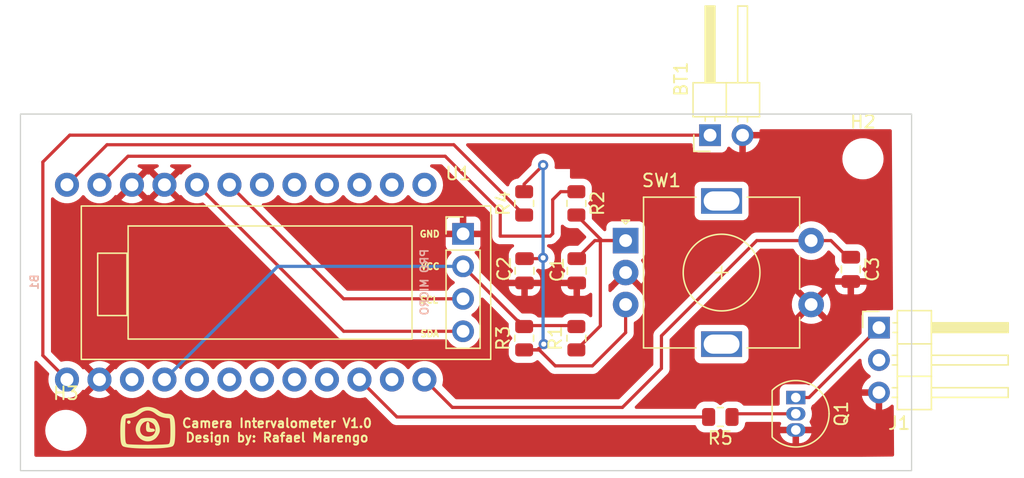
<source format=kicad_pcb>
(kicad_pcb (version 20211014) (generator pcbnew)
  (layers (0 "F.Cu" signal) (31 "B.Cu" signal) (34 "B.Paste" user) (35 "F.Paste" user) (36 "B.SilkS" user "B.Silkscreen") (37 "F.SilkS" user "F.Silkscreen") (38 "B.Mask" user) (39 "F.Mask" user) (44 "Edge.Cuts" user))
  (net 0 "")
  (net 1 "Net-(B1-Pad1)")
  (net 2 "Net-(B1-Pad2)")
  (net 3 "GND")
  (net 4 "/SDA")
  (net 5 "/SCL")
  (net 13 "Net-(B1-Pad15)")
  (net 18 "+5VD")
  (net 20 "Net-(B1-Pad24)")
  (net 21 "Net-(C1-Pad1)")
  (net 22 "Net-(C2-Pad1)")
  (net 23 "Net-(J1-Pad1)")
  (net 25 "Net-(Q1-Pad2)")
  (net 26 "Net-(C3-Pad1)")
  (footprint "Resistor_SMD:R_0805_2012Metric" (layer "F.Cu") (at 152.57 76.0375 90)
    (fp_text reference "R4" (at 0 -1.65 90) (layer "F.SilkS"))
    (fp_text value "10k")
    (fp_line (start -0.227064 0.735) (end 0.227064 0.735) (layer "F.SilkS") (width 0.12))
    (fp_line (start -0.227064 -0.735) (end 0.227064 -0.735) (layer "F.SilkS") (width 0.12))
    (pad "1" smd roundrect (at -0.9125 0 90) (size 1.025 1.4) (layers "F.Cu" "F.Paste" "F.Mask") (roundrect_rratio 0.243902439) (net 1 "Net-(B1-Pad1)"))
    (pad "2" smd roundrect (at 0.9125 0 90) (size 1.025 1.4) (layers "F.Cu" "F.Paste" "F.Mask") (roundrect_rratio 0.243902439) (net 22 "Net-(C2-Pad1)"))
  )
  (footprint "Rotary_Encoder:RotaryEncoder_Alps_EC11E-Switch_Vertical_H20mm" (layer "F.Cu") (at 160.5 78.95)
    (fp_text reference "SW1" (at 2.8 -4.7) (layer "F.SilkS"))
    (fp_text value "Rotary_Encoder_Switch")
    (fp_line (start 5.5 -3.4) (end 1.4 -3.4) (layer "F.SilkS") (width 0.12))
    (fp_line (start 0.3 -1.6) (end 0 -1.3) (layer "F.SilkS") (width 0.12))
    (fp_line (start 5.5 8.4) (end 1.4 8.4) (layer "F.SilkS") (width 0.12))
    (fp_line (start 7 2.5) (end 8 2.5) (layer "F.SilkS") (width 0.12))
    (fp_line (start 13.6 1.2) (end 13.6 3.8) (layer "F.SilkS") (width 0.12))
    (fp_line (start 0 -1.3) (end -0.3 -1.6) (layer "F.SilkS") (width 0.12))
    (fp_line (start 13.6 8.4) (end 9.5 8.4) (layer "F.SilkS") (width 0.12))
    (fp_line (start 7.5 2) (end 7.5 3) (layer "F.SilkS") (width 0.12))
    (fp_line (start 1.4 -3.4) (end 1.4 8.4) (layer "F.SilkS") (width 0.12))
    (fp_line (start 13.6 6) (end 13.6 8.4) (layer "F.SilkS") (width 0.12))
    (fp_line (start -0.3 -1.6) (end 0.3 -1.6) (layer "F.SilkS") (width 0.12))
    (fp_line (start 9.5 -3.4) (end 13.6 -3.4) (layer "F.SilkS") (width 0.12))
    (fp_line (start 13.6 -3.4) (end 13.6 -1) (layer "F.SilkS") (width 0.12))
    (fp_circle (center 7.5 2.5) (end 10.5 2.5) (layer "F.SilkS") (width 0.12) (fill none))
    (pad "A" thru_hole rect (at 0 0) (size 2 2) (drill 1) (layers *.Cu *.Mask) (net 21 "Net-(C1-Pad1)"))
    (pad "B" thru_hole circle (at 0 5) (size 2 2) (drill 1) (layers *.Cu *.Mask) (net 22 "Net-(C2-Pad1)"))
    (pad "C" thru_hole circle (at 0 2.5) (size 2 2) (drill 1) (layers *.Cu *.Mask) (net 3 "GND"))
    (pad "MP" thru_hole rect (at 7.5 -3.1) (size 3.2 2) (drill oval 2.8 1.5) (layers *.Cu *.Mask))
    (pad "MP" thru_hole rect (at 7.5 8.1) (size 3.2 2) (drill oval 2.8 1.5) (layers *.Cu *.Mask))
    (pad "S1" thru_hole circle (at 14.5 5) (size 2 2) (drill 1) (layers *.Cu *.Mask) (net 3 "GND"))
    (pad "S2" thru_hole circle (at 14.5 0) (size 2 2) (drill 1) (layers *.Cu *.Mask) (net 26 "Net-(C3-Pad1)"))
  )
  (footprint "Resistor_SMD:R_0805_2012Metric" (layer "F.Cu") (at 156.65 76.0375 -90)
    (fp_text reference "R2" (at 0 -1.65 90) (layer "F.SilkS"))
    (fp_text value "10k")
    (fp_line (start -0.227064 0.735) (end 0.227064 0.735) (layer "F.SilkS") (width 0.12))
    (fp_line (start -0.227064 -0.735) (end 0.227064 -0.735) (layer "F.SilkS") (width 0.12))
    (pad "1" smd roundrect (at -0.9125 0 270) (size 1.025 1.4) (layers "F.Cu" "F.Paste" "F.Mask") (roundrect_rratio 0.243902439) (net 2 "Net-(B1-Pad2)"))
    (pad "2" smd roundrect (at 0.9125 0 270) (size 1.025 1.4) (layers "F.Cu" "F.Paste" "F.Mask") (roundrect_rratio 0.243902439) (net 21 "Net-(C1-Pad1)"))
  )
  (footprint "Capacitor_SMD:C_0805_2012Metric" (layer "F.Cu") (at 156.68 81.3125 -90)
    (fp_text reference "C1" (at -0.0875 1.53 90) (layer "F.SilkS"))
    (fp_text value "10n")
    (fp_line (start -0.261252 -0.735) (end 0.261252 -0.735) (layer "F.SilkS") (width 0.12))
    (fp_line (start -0.261252 0.735) (end 0.261252 0.735) (layer "F.SilkS") (width 0.12))
    (pad "1" smd roundrect (at -0.95 0 270) (size 1 1.45) (layers "F.Cu" "F.Paste" "F.Mask") (net 21 "Net-(C1-Pad1)"))
    (pad "2" smd roundrect (at 0.95 0 270) (size 1 1.45) (layers "F.Cu" "F.Paste" "F.Mask") (net 3 "GND"))
  )
  (footprint "MountingHole:MountingHole_2.2mm_M2_DIN965" (layer "F.Cu") (at 116.75 93.8)
    (fp_text reference "H3" (at 0 -2.9) (layer "F.SilkS"))
    (fp_text value "MountingHole")
    (pad "" np_thru_hole circle (at 0 0) (size 2.2 2.2) (drill 2.2) (layers *.Cu *.Mask))
  )
  (footprint "Package_TO_SOT_THT:TO-92_Inline" (layer "F.Cu") (at 173.8 91.23 -90)
    (fp_text reference "Q1" (at 1.27 -3.56 90) (layer "F.SilkS"))
    (fp_text value "BC337")
    (fp_line (start -0.53 1.85) (end 3.07 1.85) (layer "F.SilkS") (width 0.12))
    (fp_arc (start -0.568478 1.838478) (mid -1.132087 -0.994977) (end 1.27 -2.6) (layer "F.SilkS") (width 0.12))
    (fp_arc (start 1.27 -2.6) (mid 3.672087 -0.994977) (end 3.108478 1.838478) (layer "F.SilkS") (width 0.12))
    (pad "1" thru_hole rect (at 0 0 270) (size 1.05 1.5) (drill 0.75) (layers *.Cu *.Mask) (net 23 "Net-(J1-Pad1)"))
    (pad "2" thru_hole oval (at 1.27 0 270) (size 1.05 1.5) (drill 0.75) (layers *.Cu *.Mask) (net 25 "Net-(Q1-Pad2)"))
    (pad "3" thru_hole oval (at 2.54 0 270) (size 1.05 1.5) (drill 0.75) (layers *.Cu *.Mask) (net 3 "GND"))
  )
  (footprint "Resistor_SMD:R_0805_2012Metric" (layer "F.Cu") (at 156.65 86.5875 90)
    (fp_text reference "R1" (at 0 -1.65 90) (layer "F.SilkS"))
    (fp_text value "10k")
    (fp_line (start -0.227064 0.735) (end 0.227064 0.735) (layer "F.SilkS") (width 0.12))
    (fp_line (start -0.227064 -0.735) (end 0.227064 -0.735) (layer "F.SilkS") (width 0.12))
    (pad "1" smd roundrect (at -0.9125 0 90) (size 1.025 1.4) (layers "F.Cu" "F.Paste" "F.Mask") (roundrect_rratio 0.243902439) (net 21 "Net-(C1-Pad1)"))
    (pad "2" smd roundrect (at 0.9125 0 90) (size 1.025 1.4) (layers "F.Cu" "F.Paste" "F.Mask") (roundrect_rratio 0.243902439) (net 18 "+5VD"))
  )
  (footprint "Capacitor_SMD:C_0805_2012Metric" (layer "F.Cu") (at 152.6 81.3125 -90)
    (fp_text reference "C2" (at -0.14375 1.6 90) (layer "F.SilkS"))
    (fp_text value "10n")
    (fp_line (start -0.261252 -0.735) (end 0.261252 -0.735) (layer "F.SilkS") (width 0.12))
    (fp_line (start -0.261252 0.735) (end 0.261252 0.735) (layer "F.SilkS") (width 0.12))
    (pad "1" smd roundrect (at -0.95 0 270) (size 1 1.45) (layers "F.Cu" "F.Paste" "F.Mask") (net 22 "Net-(C2-Pad1)"))
    (pad "2" smd roundrect (at 0.95 0 270) (size 1 1.45) (layers "F.Cu" "F.Paste" "F.Mask") (net 3 "GND"))
  )
  (footprint "Connector_PinHeader_2.54mm:PinHeader_1x03_P2.54mm_Horizontal" (layer "F.Cu") (at 180.3 85.76)
    (fp_text reference "J1" (at 1.575 7.475) (layer "F.SilkS"))
    (fp_text value "2.5mm_Audio_jack")
    (fp_line (start 4.1 -0.08) (end 10.1 -0.08) (layer "F.SilkS") (width 0.12))
    (fp_line (start 1.44 6.41) (end 4.1 6.41) (layer "F.SilkS") (width 0.12))
    (fp_line (start 4.1 4.7) (end 10.1 4.7) (layer "F.SilkS") (width 0.12))
    (fp_line (start 10.1 -0.38) (end 10.1 0.38) (layer "F.SilkS") (width 0.12))
    (fp_line (start 10.1 5.46) (end 4.1 5.46) (layer "F.SilkS") (width 0.12))
    (fp_line (start 1.042929 2.16) (end 1.44 2.16) (layer "F.SilkS") (width 0.12))
    (fp_line (start 4.1 0.04) (end 10.1 0.04) (layer "F.SilkS") (width 0.12))
    (fp_line (start 1.11 -0.38) (end 1.44 -0.38) (layer "F.SilkS") (width 0.12))
    (fp_line (start -1.27 -1.27) (end 0 -1.27) (layer "F.SilkS") (width 0.12))
    (fp_line (start 4.1 -0.38) (end 10.1 -0.38) (layer "F.SilkS") (width 0.12))
    (fp_line (start 10.1 4.7) (end 10.1 5.46) (layer "F.SilkS") (width 0.12))
    (fp_line (start 10.1 2.16) (end 10.1 2.92) (layer "F.SilkS") (width 0.12))
    (fp_line (start 1.44 -1.33) (end 1.44 6.41) (layer "F.SilkS") (width 0.12))
    (fp_line (start 1.11 0.38) (end 1.44 0.38) (layer "F.SilkS") (width 0.12))
    (fp_line (start 4.1 2.16) (end 10.1 2.16) (layer "F.SilkS") (width 0.12))
    (fp_line (start 4.1 0.28) (end 10.1 0.28) (layer "F.SilkS") (width 0.12))
    (fp_line (start 4.1 -0.2) (end 10.1 -0.2) (layer "F.SilkS") (width 0.12))
    (fp_line (start 1.042929 5.46) (end 1.44 5.46) (layer "F.SilkS") (width 0.12))
    (fp_line (start -1.27 0) (end -1.27 -1.27) (layer "F.SilkS") (width 0.12))
    (fp_line (start 10.1 0.38) (end 4.1 0.38) (layer "F.SilkS") (width 0.12))
    (fp_line (start 4.1 6.41) (end 4.1 -1.33) (layer "F.SilkS") (width 0.12))
    (fp_line (start 4.1 -1.33) (end 1.44 -1.33) (layer "F.SilkS") (width 0.12))
    (fp_line (start 10.1 2.92) (end 4.1 2.92) (layer "F.SilkS") (width 0.12))
    (fp_line (start 1.042929 2.92) (end 1.44 2.92) (layer "F.SilkS") (width 0.12))
    (fp_line (start 1.042929 4.7) (end 1.44 4.7) (layer "F.SilkS") (width 0.12))
    (fp_line (start 1.44 3.81) (end 4.1 3.81) (layer "F.SilkS") (width 0.12))
    (fp_line (start 4.1 0.16) (end 10.1 0.16) (layer "F.SilkS") (width 0.12))
    (fp_line (start 4.1 -0.32) (end 10.1 -0.32) (layer "F.SilkS") (width 0.12))
    (fp_line (start 1.44 1.27) (end 4.1 1.27) (layer "F.SilkS") (width 0.12))
    (pad "1" thru_hole rect (at 0 0) (size 1.7 1.7) (drill 1) (layers *.Cu *.Mask) (net 23 "Net-(J1-Pad1)"))
    (pad "2" thru_hole oval (at 0 2.54) (size 1.7 1.7) (drill 1) (layers *.Cu *.Mask))
    (pad "3" thru_hole oval (at 0 5.08) (size 1.7 1.7) (drill 1) (layers *.Cu *.Mask) (net 3 "GND"))
  )
  (footprint "Connector_PinHeader_2.54mm:PinHeader_1x02_P2.54mm_Horizontal" (layer "F.Cu") (at 167.1 70.7 90)
    (fp_text reference "BT1" (at 4.385 -2.27 90) (layer "F.SilkS"))
    (fp_text value "Battery-header")
    (fp_line (start 10.1 -0.38) (end 10.1 0.38) (layer "F.SilkS") (width 0.12))
    (fp_line (start 4.1 -0.32) (end 10.1 -0.32) (layer "F.SilkS") (width 0.12))
    (fp_line (start 10.1 0.38) (end 4.1 0.38) (layer "F.SilkS") (width 0.12))
    (fp_line (start 4.1 -0.2) (end 10.1 -0.2) (layer "F.SilkS") (width 0.12))
    (fp_line (start 4.1 3.87) (end 4.1 -1.33) (layer "F.SilkS") (width 0.12))
    (fp_line (start 1.11 -0.38) (end 1.44 -0.38) (layer "F.SilkS") (width 0.12))
    (fp_line (start 4.1 2.16) (end 10.1 2.16) (layer "F.SilkS") (width 0.12))
    (fp_line (start 4.1 -0.08) (end 10.1 -0.08) (layer "F.SilkS") (width 0.12))
    (fp_line (start 4.1 -1.33) (end 1.44 -1.33) (layer "F.SilkS") (width 0.12))
    (fp_line (start 1.44 3.87) (end 4.1 3.87) (layer "F.SilkS") (width 0.12))
    (fp_line (start 10.1 2.92) (end 4.1 2.92) (layer "F.SilkS") (width 0.12))
    (fp_line (start 4.1 -0.38) (end 10.1 -0.38) (layer "F.SilkS") (width 0.12))
    (fp_line (start 1.44 1.27) (end 4.1 1.27) (layer "F.SilkS") (width 0.12))
    (fp_line (start 1.042929 2.92) (end 1.44 2.92) (layer "F.SilkS") (width 0.12))
    (fp_line (start 1.11 0.38) (end 1.44 0.38) (layer "F.SilkS") (width 0.12))
    (fp_line (start 10.1 2.16) (end 10.1 2.92) (layer "F.SilkS") (width 0.12))
    (fp_line (start 4.1 0.28) (end 10.1 0.28) (layer "F.SilkS") (width 0.12))
    (fp_line (start -1.27 0) (end -1.27 -1.27) (layer "F.SilkS") (width 0.12))
    (fp_line (start 1.44 -1.33) (end 1.44 3.87) (layer "F.SilkS") (width 0.12))
    (fp_line (start 4.1 0.16) (end 10.1 0.16) (layer "F.SilkS") (width 0.12))
    (fp_line (start 4.1 0.04) (end 10.1 0.04) (layer "F.SilkS") (width 0.12))
    (fp_line (start -1.27 -1.27) (end 0 -1.27) (layer "F.SilkS") (width 0.12))
    (fp_line (start 1.042929 2.16) (end 1.44 2.16) (layer "F.SilkS") (width 0.12))
    (pad "1" thru_hole rect (at 0 0 90) (size 1.7 1.7) (drill 1) (layers *.Cu *.Mask) (net 20 "Net-(B1-Pad24)"))
    (pad "2" thru_hole oval (at 0 2.54 90) (size 1.7 1.7) (drill 1) (layers *.Cu *.Mask) (net 3 "GND"))
  )
  (footprint "Capacitor_SMD:C_0805_2012Metric" (layer "F.Cu") (at 178.1 81.2 -90)
    (fp_text reference "C3" (at 0 -1.68 90) (layer "F.SilkS"))
    (fp_text value "10n")
    (fp_line (start -0.261252 -0.735) (end 0.261252 -0.735) (layer "F.SilkS") (width 0.12))
    (fp_line (start -0.261252 0.735) (end 0.261252 0.735) (layer "F.SilkS") (width 0.12))
    (pad "1" smd roundrect (at -0.95 0 270) (size 1 1.45) (layers "F.Cu" "F.Paste" "F.Mask") (net 26 "Net-(C3-Pad1)"))
    (pad "2" smd roundrect (at 0.95 0 270) (size 1 1.45) (layers "F.Cu" "F.Paste" "F.Mask") (net 3 "GND"))
  )
  (footprint "OLED-128x32:OLED-128x32" (layer "F.Cu") (at 149.955 76.245)
    (fp_text reference "U1" (at -2.54 -2.54) (layer "F.SilkS"))
    (fp_text value "ssd1306_oled_128x32")
    (fp_text user "VCC" (at -4.73 4.73 unlocked) (layer "F.SilkS") (effects (font (size 0.5 0.5) (thickness 0.125))))
    (fp_text user "SCL" (at -4.82 7.36 unlocked) (layer "F.SilkS") (effects (font (size 0.5 0.5) (thickness 0.125))))
    (fp_text user "GND" (at -4.77 2.19 unlocked) (layer "F.SilkS") (effects (font (size 0.5 0.5) (thickness 0.125))))
    (fp_text user "SDA" (at -4.77 9.99 unlocked) (layer "F.SilkS") (effects (font (size 0.5 0.5) (thickness 0.125))))
    (fp_line (start -0.83 3.45) (end -0.83 11.13) (layer "F.SilkS") (width 0.12))
    (fp_line (start -3.49 0.85) (end -2.16 0.85) (layer "F.SilkS") (width 0.12))
    (fp_line (start -3.49 3.45) (end -3.49 11.13) (layer "F.SilkS") (width 0.12))
    (fp_line (start -3.49 3.45) (end -0.83 3.45) (layer "F.SilkS") (width 0.12))
    (fp_line (start -3.49 2.18) (end -3.49 0.85) (layer "F.SilkS") (width 0.12))
    (fp_line (start -3.49 11.13) (end -0.83 11.13) (layer "F.SilkS") (width 0.12))
    (fp_rect (start -28.43 3.69) (end -30.72 8.57) (layer "F.SilkS") (width 0.12) (fill none))
    (fp_rect (start 0 0) (end -32 12) (layer "F.SilkS") (width 0.12) (fill none))
    (fp_rect (start -28.34 1.56) (end -6.15 10.41) (layer "F.SilkS") (width 0.12) (fill none))
    (pad "1" thru_hole rect (at -2.16 2.18) (size 1.7 1.7) (drill 1) (layers *.Cu *.Mask) (net 3 "GND"))
    (pad "2" thru_hole oval (at -2.16 4.72) (size 1.7 1.7) (drill 1) (layers *.Cu *.Mask) (net 18 "+5VD"))
    (pad "3" thru_hole oval (at -2.16 7.26) (size 1.7 1.7) (drill 1) (layers *.Cu *.Mask) (net 5 "/SCL"))
    (pad "4" thru_hole oval (at -2.16 9.8) (size 1.7 1.7) (drill 1) (layers *.Cu *.Mask) (net 4 "/SDA"))
  )
  (footprint "MountingHole:MountingHole_2.2mm_M2_DIN965" (layer "F.Cu") (at 179.05 72.55)
    (fp_text reference "H2" (at 0 -2.9) (layer "F.SilkS"))
    (fp_text value "MountingHole")
    (pad "" np_thru_hole circle (at 0 0) (size 2.2 2.2) (drill 2.2) (layers *.Cu *.Mask))
  )
  (footprint "Resistor_SMD:R_0805_2012Metric" (layer "F.Cu") (at 152.57 86.5875 90)
    (fp_text reference "R3" (at 0 -1.65 90) (layer "F.SilkS"))
    (fp_text value "10k")
    (fp_line (start -0.227064 0.735) (end 0.227064 0.735) (layer "F.SilkS") (width 0.12))
    (fp_line (start -0.227064 -0.735) (end 0.227064 -0.735) (layer "F.SilkS") (width 0.12))
    (pad "1" smd roundrect (at -0.9125 0 90) (size 1.025 1.4) (layers "F.Cu" "F.Paste" "F.Mask") (roundrect_rratio 0.243902439) (net 22 "Net-(C2-Pad1)"))
    (pad "2" smd roundrect (at 0.9125 0 90) (size 1.025 1.4) (layers "F.Cu" "F.Paste" "F.Mask") (roundrect_rratio 0.243902439) (net 18 "+5VD"))
  )
  (footprint "Resistor_SMD:R_0805_2012Metric" (layer "F.Cu") (at 167.9 92.75 180)
    (fp_text reference "R5" (at 0 -1.65) (layer "F.SilkS"))
    (fp_text value "1K")
    (fp_line (start -0.227064 0.735) (end 0.227064 0.735) (layer "F.SilkS") (width 0.12))
    (fp_line (start -0.227064 -0.735) (end 0.227064 -0.735) (layer "F.SilkS") (width 0.12))
    (pad "1" smd roundrect (at -0.9125 0 180) (size 1.025 1.4) (layers "F.Cu" "F.Paste" "F.Mask") (roundrect_rratio 0.243902439) (net 25 "Net-(Q1-Pad2)"))
    (pad "2" smd roundrect (at 0.9125 0 180) (size 1.025 1.4) (layers "F.Cu" "F.Paste" "F.Mask") (roundrect_rratio 0.243902439) (net 13 "Net-(B1-Pad15)"))
  )
  (footprint "Boards:SPARKFUN_PRO_MICRO" (layer "B.Cu") (at 129.535 82.2 -90)
    (fp_text reference "B1" (at 0 15.24 90) (layer "B.SilkS") (effects (font (size 0.6096 0.6096) (thickness 0.127)) (justify mirror)))
    (fp_text value "PRO MICRO" (at 0 -15.24 90) (layer "B.SilkS") (effects (font (size 0.6096 0.6096) (thickness 0.127)) (justify mirror)))
    (pad "1" thru_hole circle (at -7.62 12.7 270) (size 1.8796 1.8796) (drill 1.016) (layers *.Cu *.Mask) (net 1 "Net-(B1-Pad1)"))
    (pad "2" thru_hole circle (at -7.62 10.16 270) (size 1.8796 1.8796) (drill 1.016) (layers *.Cu *.Mask) (net 2 "Net-(B1-Pad2)"))
    (pad "3" thru_hole circle (at -7.62 7.62 270) (size 1.8796 1.8796) (drill 1.016) (layers *.Cu *.Mask) (net 3 "GND"))
    (pad "4" thru_hole circle (at -7.62 5.08 270) (size 1.8796 1.8796) (drill 1.016) (layers *.Cu *.Mask) (net 3 "GND"))
    (pad "5" thru_hole circle (at -7.62 2.54 270) (size 1.8796 1.8796) (drill 1.016) (layers *.Cu *.Mask) (net 4 "/SDA"))
    (pad "6" thru_hole circle (at -7.62 0 270) (size 1.8796 1.8796) (drill 1.016) (layers *.Cu *.Mask) (net 5 "/SCL"))
    (pad "7" thru_hole circle (at -7.62 -2.54 270) (size 1.8796 1.8796) (drill 1.016) (layers *.Cu *.Mask))
    (pad "8" thru_hole circle (at -7.62 -5.08 270) (size 1.8796 1.8796) (drill 1.016) (layers *.Cu *.Mask))
    (pad "9" thru_hole circle (at -7.62 -7.62 270) (size 1.8796 1.8796) (drill 1.016) (layers *.Cu *.Mask))
    (pad "10" thru_hole circle (at -7.62 -10.16 270) (size 1.8796 1.8796) (drill 1.016) (layers *.Cu *.Mask))
    (pad "11" thru_hole circle (at -7.62 -12.7 270) (size 1.8796 1.8796) (drill 1.016) (layers *.Cu *.Mask))
    (pad "12" thru_hole circle (at -7.62 -15.24 270) (size 1.8796 1.8796) (drill 1.016) (layers *.Cu *.Mask))
    (pad "13" thru_hole circle (at 7.62 -15.24 270) (size 1.8796 1.8796) (drill 1.016) (layers *.Cu *.Mask) (net 26 "Net-(C3-Pad1)"))
    (pad "14" thru_hole circle (at 7.62 -12.7 270) (size 1.8796 1.8796) (drill 1.016) (layers *.Cu *.Mask))
    (pad "15" thru_hole circle (at 7.62 -10.16 270) (size 1.8796 1.8796) (drill 1.016) (layers *.Cu *.Mask) (net 13 "Net-(B1-Pad15)"))
    (pad "16" thru_hole circle (at 7.62 -7.62 270) (size 1.8796 1.8796) (drill 1.016) (layers *.Cu *.Mask))
    (pad "17" thru_hole circle (at 7.62 -5.08 270) (size 1.8796 1.8796) (drill 1.016) (layers *.Cu *.Mask))
    (pad "18" thru_hole circle (at 7.62 -2.54 270) (size 1.8796 1.8796) (drill 1.016) (layers *.Cu *.Mask))
    (pad "19" thru_hole circle (at 7.62 0 270) (size 1.8796 1.8796) (drill 1.016) (layers *.Cu *.Mask))
    (pad "20" thru_hole circle (at 7.62 2.54 270) (size 1.8796 1.8796) (drill 1.016) (layers *.Cu *.Mask))
    (pad "21" thru_hole circle (at 7.62 5.08 270) (size 1.8796 1.8796) (drill 1.016) (layers *.Cu *.Mask) (net 18 "+5VD"))
    (pad "22" thru_hole circle (at 7.62 7.62 270) (size 1.8796 1.8796) (drill 1.016) (layers *.Cu *.Mask))
    (pad "23" thru_hole circle (at 7.62 10.16 270) (size 1.8796 1.8796) (drill 1.016) (layers *.Cu *.Mask) (net 3 "GND"))
    (pad "24" thru_hole circle (at 7.62 12.7 270) (size 1.8796 1.8796) (drill 1.016) (layers *.Cu *.Mask) (net 20 "Net-(B1-Pad24)"))
  )
  (gr_poly (pts (xy 123.207162 92.849203) (xy 123.279281 92.85148) (xy 123.349168 92.855585) (xy 123.415707 92.861505) (xy 123.477781 92.869223) (xy 123.534273 92.878723) (xy 123.584069 92.889992) (xy 123.626051 92.903011) (xy 123.650754 92.914216) (xy 123.675221 92.927907) (xy 123.699401 92.943965) (xy 123.723244 92.962274) (xy 123.769716 93.005168) (xy 123.814236 93.055643) (xy 123.856398 93.112753) (xy 123.895802 93.175553) (xy 123.932042 93.243097) (xy 123.964717 93.314438) (xy 123.993424 93.388633) (xy 124.017758 93.464734) (xy 124.037318 93.541797) (xy 124.051699 93.618875) (xy 124.0605 93.695022) (xy 124.063316 93.769294) (xy 124.059745 93.840745) (xy 124.055439 93.875117) (xy 124.049384 93.908428) (xy 124.040232 93.940878) (xy 124.028755 93.974553) (xy 124.015107 94.009189) (xy 123.999444 94.044523) (xy 123.98192 94.080291) (xy 123.962692 94.116229) (xy 123.941913 94.152075) (xy 123.919738 94.187564) (xy 123.896324 94.222432) (xy 123.871824 94.256417) (xy 123.846394 94.289255) (xy 123.820189 94.320682) (xy 123.793364 94.350435) (xy 123.766073 94.37825) (xy 123.738473 94.403863) (xy 123.710718 94.427011) (xy 123.637536 94.479301) (xy 123.563068 94.523238) (xy 123.487638 94.559091) (xy 123.411573 94.587126) (xy 123.335198 94.607611) (xy 123.258838 94.620814) (xy 123.182819 94.627001) (xy 123.107467 94.626441) (xy 123.033108 94.619401) (xy 122.960066 94.606148) (xy 122.888667 94.586949) (xy 122.819237 94.562073) (xy 122.752101 94.531786) (xy 122.687586 94.496356) (xy 122.626016 94.45605) (xy 122.567717 94.411136) (xy 122.513015 94.361882) (xy 122.462235 94.308554) (xy 122.415703 94.251419) (xy 122.373745 94.190747) (xy 122.336685 94.126803) (xy 122.30485 94.059855) (xy 122.278564 93.990172) (xy 122.258155 93.918019) (xy 122.243946 93.843665) (xy 122.236265 93.767377) (xy 122.235893 93.732426) (xy 122.521418 93.732426) (xy 122.522205 93.778167) (xy 122.526211 93.823596) (xy 122.533519 93.868513) (xy 122.544212 93.91272) (xy 122.558375 93.956015) (xy 122.576089 93.9982) (xy 122.597439 94.039075) (xy 122.622507 94.078441) (xy 122.651378 94.116097) (xy 122.684134 94.151845) (xy 122.704828 94.171068) (xy 122.72715 94.189052) (xy 122.75099 94.205795) (xy 122.776242 94.221298) (xy 122.802796 94.23556) (xy 122.830544 94.248583) (xy 122.859377 94.260365) (xy 122.889186 94.270907) (xy 122.951301 94.28827) (xy 123.016021 94.300673) (xy 123.082477 94.308114) (xy 123.149801 94.310595) (xy 123.217125 94.308114) (xy 123.283581 94.300673) (xy 123.3483 94.28827) (xy 123.410415 94.270907) (xy 123.440225 94.260365) (xy 123.469058 94.248583) (xy 123.496805 94.23556) (xy 123.523359 94.221298) (xy 123.548611 94.205795) (xy 123.572452 94.189052) (xy 123.594773 94.171068) (xy 123.615467 94.151845) (xy 123.638414 94.128297) (xy 123.659635 94.103364) (xy 123.679144 94.077149) (xy 123.696951 94.049753) (xy 123.713068 94.021279) (xy 123.727507 93.991831) (xy 123.74028 93.961511) (xy 123.751397 93.930421) (xy 123.760871 93.898665) (xy 123.768714 93.866345) (xy 123.774936 93.833564) (xy 123.77955 93.800424) (xy 123.782568 93.767029) (xy 123.784 93.73348) (xy 123.783858 93.699881) (xy 123.782155 93.666334) (xy 123.778901 93.632943) (xy 123.774109 93.599809) (xy 123.76779 93.567035) (xy 123.759955 93.534725) (xy 123.750616 93.50298) (xy 123.739785 93.471904) (xy 123.727474 93.4416) (xy 123.713694 93.412169) (xy 123.698457 93.383715) (xy 123.681773 93.35634) (xy 123.663656 93.330148) (xy 123.644117 93.30524) (xy 123.623167 93.28172) (xy 123.600817 93.25969) (xy 123.57708 93.239253) (xy 123.551967 93.220511) (xy 123.527568 93.202913) (xy 123.502131 93.185888) (xy 123.475856 93.169514) (xy 123.448945 93.153869) (xy 123.421601 93.13903) (xy 123.394024 93.125075) (xy 123.366415 93.112081) (xy 123.338978 93.100126) (xy 123.311912 93.089287) (xy 123.28542 93.079641) (xy 123.259703 93.071267) (xy 123.234963 93.064242) (xy 123.211402 93.058643) (xy 123.189219 93.054547) (xy 123.168619 93.052033) (xy 123.149801 93.051178) (xy 123.100856 93.053284) (xy 123.053297 93.059469) (xy 123.007208 93.069534) (xy 122.96267 93.083279) (xy 122.919768 93.100505) (xy 122.878585 93.121011) (xy 122.839204 93.144598) (xy 122.801708 93.171067) (xy 122.766182 93.200218) (xy 122.732707 93.231852) (xy 122.701368 93.265768) (xy 122.672248 93.301767) (xy 122.645431 93.33965) (xy 122.620998 93.379217) (xy 122.599035 93.420269) (xy 122.579624 93.462605) (xy 122.562848 93.506026) (xy 122.548791 93.550334) (xy 122.537536 93.595327) (xy 122.529167 93.640806) (xy 122.523766 93.686572) (xy 122.521418 93.732426) (xy 122.235893 93.732426) (xy 122.235435 93.689423) (xy 122.241784 93.610069) (xy 122.255636 93.529584) (xy 122.277316 93.448234) (xy 122.307152 93.366287) (xy 122.345467 93.284011) (xy 122.363678 93.250551) (xy 122.382509 93.217741) (xy 122.401836 93.185738) (xy 122.421535 93.154696) (xy 122.441482 93.12477) (xy 122.461553 93.096116) (xy 122.481624 93.068888) (xy 122.501572 93.043241) (xy 122.521271 93.01933) (xy 122.540598 92.99731) (xy 122.559428 92.977338) (xy 122.577639 92.959566) (xy 122.595106 92.944151) (xy 122.611704 92.931247) (xy 122.619639 92.925786) (xy 122.627311 92.92101) (xy 122.634703 92.91694) (xy 122.641801 92.913595) (xy 122.683783 92.898709) (xy 122.733578 92.885793) (xy 122.790071 92.874829) (xy 122.852144 92.865804) (xy 122.918683 92.858701) (xy 122.98857 92.853505) (xy 123.06069 92.850201) (xy 123.133926 92.848772)) (layer "F.SilkS") (width 0.06) (fill solid))
  (gr_poly (pts (xy 123.249926 91.99177) (xy 123.356403 92.00442) (xy 123.461981 92.025504) (xy 123.566023 92.055022) (xy 123.667896 92.092973) (xy 123.766962 92.139358) (xy 123.862587 92.194176) (xy 123.90891 92.224748) (xy 123.954134 92.257428) (xy 123.991039 92.284816) (xy 124.030098 92.311337) (xy 124.070987 92.336865) (xy 124.11338 92.361277) (xy 124.156951 92.384449) (xy 124.201375 92.406256) (xy 124.246326 92.426575) (xy 124.291478 92.445282) (xy 124.336506 92.462253) (xy 124.381085 92.477363) (xy 124.424888 92.490489) (xy 124.467591 92.501506) (xy 124.508868 92.510291) (xy 124.548392 92.51672) (xy 124.58584 92.520668) (xy 124.620884 92.522011) (xy 124.717082 92.52466) (xy 124.803591 92.533277) (xy 124.880891 92.54887) (xy 124.916238 92.559598) (xy 124.949463 92.572448) (xy 124.980627 92.587545) (xy 125.009788 92.605017) (xy 125.037008 92.624988) (xy 125.062345 92.647585) (xy 125.085862 92.672934) (xy 125.107617 92.701161) (xy 125.12767 92.732391) (xy 125.146082 92.766751) (xy 125.162913 92.804367) (xy 125.178222 92.845364) (xy 125.204518 92.938007) (xy 125.225449 93.045687) (xy 125.241497 93.169414) (xy 125.253142 93.310193) (xy 125.260865 93.469034) (xy 125.265147 93.646943) (xy 125.266467 93.844928) (xy 125.265961 93.982062) (xy 125.2644 94.108064) (xy 125.261723 94.223463) (xy 125.257868 94.328785) (xy 125.252773 94.424557) (xy 125.246376 94.511306) (xy 125.238614 94.58956) (xy 125.229426 94.659845) (xy 125.218749 94.722688) (xy 125.206523 94.778618) (xy 125.199809 94.804154) (xy 125.192684 94.82816) (xy 125.18514 94.850701) (xy 125.177171 94.871842) (xy 125.168767 94.89165) (xy 125.159921 94.910191) (xy 125.150626 94.927531) (xy 125.140873 94.943735) (xy 125.130655 94.958869) (xy 125.119965 94.972999) (xy 125.108794 94.986191) (xy 125.097134 94.998512) (xy 125.065236 95.02158) (xy 125.015956 95.04316) (xy 124.869882 95.081855) (xy 124.668184 95.114597) (xy 124.420132 95.141386) (xy 124.134997 95.162222) (xy 123.822049 95.177105) (xy 123.149801 95.189011) (xy 122.477552 95.177105) (xy 122.164605 95.162222) (xy 121.87947 95.141386) (xy 121.631418 95.114597) (xy 121.42972 95.081855) (xy 121.283646 95.04316) (xy 121.234365 95.02158) (xy 121.202467 94.998512) (xy 121.179637 94.972999) (xy 121.158728 94.943735) (xy 121.13968 94.910191) (xy 121.122431 94.871842) (xy 121.106918 94.82816) (xy 121.093079 94.778618) (xy 121.080852 94.722688) (xy 121.070176 94.659845) (xy 121.060988 94.58956) (xy 121.053226 94.511306) (xy 121.041733 94.328785) (xy 121.035201 94.108064) (xy 121.033134 93.844928) (xy 121.033204 93.834345) (xy 121.350634 93.834345) (xy 121.351024 93.978199) (xy 121.352267 94.108581) (xy 121.354471 94.226158) (xy 121.357745 94.331596) (xy 121.362197 94.425562) (xy 121.364898 94.468451) (xy 121.367935 94.508722) (xy 121.371321 94.546458) (xy 121.375069 94.581743) (xy 121.379193 94.61466) (xy 121.383707 94.645293) (xy 121.388624 94.673723) (xy 121.393957 94.700036) (xy 121.39972 94.724314) (xy 121.405928 94.74664) (xy 121.412592 94.767099) (xy 121.419728 94.785772) (xy 121.427348 94.802744) (xy 121.435466 94.818099) (xy 121.444096 94.831918) (xy 121.45325 94.844286) (xy 121.462944 94.855285) (xy 121.47319 94.865) (xy 121.484001 94.873514) (xy 121.495393 94.880909) (xy 121.507377 94.887269) (xy 121.519967 94.892678) (xy 121.589131 94.907561) (xy 121.712121 94.920459) (xy 122.088822 94.940303) (xy 122.588553 94.952209) (xy 123.149801 94.956178) (xy 123.711048 94.952209) (xy 124.21078 94.940303) (xy 124.587481 94.920459) (xy 124.71047 94.907561) (xy 124.779634 94.892678) (xy 124.804209 94.880909) (xy 124.826412 94.865) (xy 124.846351 94.844286) (xy 124.864135 94.818099) (xy 124.879874 94.785772) (xy 124.893674 94.74664) (xy 124.905645 94.700036) (xy 124.915895 94.645293) (xy 124.924532 94.581743) (xy 124.931666 94.508722) (xy 124.941857 94.331596) (xy 124.947334 94.108581) (xy 124.948967 93.834345) (xy 124.947521 93.633571) (xy 124.943345 93.446565) (xy 124.936689 93.277169) (xy 124.927801 93.12923) (xy 124.922597 93.064508) (xy 124.916928 93.006592) (xy 124.910825 92.955962) (xy 124.904319 92.913099) (xy 124.897441 92.878483) (xy 124.890222 92.852596) (xy 124.886494 92.843075) (xy 124.882692 92.835917) (xy 124.878821 92.831181) (xy 124.874884 92.828928) (xy 124.771131 92.820352) (xy 124.673904 92.810428) (xy 124.582785 92.799046) (xy 124.497357 92.786099) (xy 124.417199 92.771477) (xy 124.341893 92.755072) (xy 124.271022 92.736776) (xy 124.204165 92.71648) (xy 124.140906 92.694076) (xy 124.080824 92.669455) (xy 124.023502 92.642508) (xy 123.968521 92.613127) (xy 123.915462 92.581204) (xy 123.863907 92.54663) (xy 123.813437 92.509296) (xy 123.763634 92.469095) (xy 123.68799 92.409563) (xy 123.650002 92.382774) (xy 123.611912 92.35797) (xy 123.57373 92.335149) (xy 123.535462 92.314313) (xy 123.497117 92.295462) (xy 123.458702 92.278595) (xy 123.420225 92.263712) (xy 123.381694 92.250813) (xy 123.343116 92.239899) (xy 123.304499 92.23097) (xy 123.265852 92.224024) (xy 123.227181 92.219063) (xy 123.188495 92.216087) (xy 123.149801 92.215095) (xy 123.111107 92.216087) (xy 123.07242 92.219063) (xy 123.03375 92.224024) (xy 122.995102 92.23097) (xy 122.956486 92.239899) (xy 122.917908 92.250813) (xy 122.879377 92.263712) (xy 122.8409 92.278595) (xy 122.802485 92.295462) (xy 122.764139 92.314313) (xy 122.725872 92.335149) (xy 122.687689 92.35797) (xy 122.6496 92.382774) (xy 122.611611 92.409563) (xy 122.535967 92.469095) (xy 122.486167 92.509296) (xy 122.435715 92.54663) (xy 122.384209 92.581204) (xy 122.331246 92.613127) (xy 122.276422 92.642508) (xy 122.219336 92.669455) (xy 122.159582 92.694076) (xy 122.096759 92.71648) (xy 122.030463 92.736776) (xy 121.960292 92.755072) (xy 121.885842 92.771477) (xy 121.80671 92.786099) (xy 121.722492 92.799046) (xy 121.632787 92.810428) (xy 121.537191 92.820352) (xy 121.435301 92.828928) (xy 121.430402 92.831181) (xy 121.425629 92.835917) (xy 121.41647 92.852596) (xy 121.407837 92.878483) (xy 121.399747 92.913099) (xy 121.385257 93.006592) (xy 121.373124 93.12923) (xy 121.36347 93.277169) (xy 121.356422 93.446565) (xy 121.352102 93.633571) (xy 121.350634 93.834345) (xy 121.033204 93.834345) (xy 121.034459 93.645199) (xy 121.038777 93.465995) (xy 121.046598 93.306263) (xy 121.051983 93.23337) (xy 121.058435 93.164949) (xy 121.066019 93.100869) (xy 121.074798 93.040998) (xy 121.084837 92.985204) (xy 121.0962 92.933356) (xy 121.10895 92.885321) (xy 121.123152 92.840969) (xy 121.138869 92.800166) (xy 121.156165 92.762782) (xy 121.175105 92.728685) (xy 121.195752 92.697742) (xy 121.21817 92.669823) (xy 121.242424 92.644794) (xy 121.268576 92.622526) (xy 121.296692 92.602885) (xy 121.326834 92.58574) (xy 121.359068 92.570959) (xy 121.393456 92.558411) (xy 121.430063 92.547963) (xy 121.468953 92.539484) (xy 121.51019 92.532843) (xy 121.553838 92.527906) (xy 121.59996 92.524543) (xy 121.648621 92.522622) (xy 121.699884 92.522011) (xy 121.738414 92.518924) (xy 121.778432 92.513681) (xy 121.819691 92.506361) (xy 121.861941 92.497041) (xy 121.904936 92.485799) (xy 121.948427 92.472712) (xy 121.992166 92.457858) (xy 122.035905 92.441313) (xy 122.079396 92.423157) (xy 122.122391 92.403466) (xy 122.164641 92.382317) (xy 122.2059 92.359789) (xy 122.245918 92.335958) (xy 122.284448 92.310903) (xy 122.321241 92.2847) (xy 122.356051 92.257428) (xy 122.398391 92.224748) (xy 122.442017 92.194176) (xy 122.486848 92.165713) (xy 122.532805 92.139358) (xy 122.579808 92.115111) (xy 122.627778 92.092973) (xy 122.726302 92.055022) (xy 122.82774 92.025504) (xy 122.931458 92.00442) (xy 123.036818 91.99177) (xy 123.143186 91.987553)) (layer "F.SilkS") (width 0.06) (fill solid))
  (gr_poly (pts (xy 123.155691 93.15735) (xy 123.161454 93.158355) (xy 123.167084 93.160011) (xy 123.17258 93.162303) (xy 123.177935 93.165215) (xy 123.183147 93.168732) (xy 123.188212 93.172837) (xy 123.193126 93.177517) (xy 123.202485 93.188534) (xy 123.211192 93.20166) (xy 123.219218 93.21677) (xy 123.22653 93.233741) (xy 123.233098 93.252447) (xy 123.238891 93.272767) (xy 123.243878 93.294574) (xy 123.248027 93.317746) (xy 123.251309 93.342158) (xy 123.253691 93.367686) (xy 123.255143 93.394206) (xy 123.255634 93.421595) (xy 123.256267 93.45596) (xy 123.258218 93.487658) (xy 123.259712 93.502526) (xy 123.261564 93.516752) (xy 123.263784 93.530341) (xy 123.266383 93.543303) (xy 123.269369 93.555645) (xy 123.272752 93.567374) (xy 123.276542 93.578499) (xy 123.280749 93.589026) (xy 123.285382 93.598965) (xy 123.290451 93.608322) (xy 123.295966 93.617106) (xy 123.301936 93.625324) (xy 123.308371 93.632984) (xy 123.315281 93.640093) (xy 123.322676 93.64666) (xy 123.330565 93.652692) (xy 123.338957 93.658196) (xy 123.347863 93.663182) (xy 123.357293 93.667656) (xy 123.367255 93.671626) (xy 123.37776 93.6751) (xy 123.388817 93.678085) (xy 123.400436 93.68059) (xy 123.412627 93.682623) (xy 123.425399 93.68419) (xy 123.438762 93.685299) (xy 123.452726 93.68596) (xy 123.467301 93.686178) (xy 123.47815 93.686301) (xy 123.488863 93.686669) (xy 123.499424 93.687277) (xy 123.50982 93.688121) (xy 123.520038 93.689198) (xy 123.530064 93.690503) (xy 123.539885 93.692034) (xy 123.549487 93.693785) (xy 123.558856 93.695753) (xy 123.567979 93.697934) (xy 123.576843 93.700325) (xy 123.585433 93.702921) (xy 123.593736 93.705719) (xy 123.60174 93.708714) (xy 123.609429 93.711903) (xy 123.61679 93.715282) (xy 123.623811 93.718847) (xy 123.630477 93.722594) (xy 123.636775 93.72652) (xy 123.642691 93.73062) (xy 123.648211 93.73489) (xy 123.653323 93.739327) (xy 123.658012 93.743927) (xy 123.662266 93.748686) (xy 123.666069 93.7536) (xy 123.66941 93.758665) (xy 123.672274 93.763877) (xy 123.674647 93.769232) (xy 123.676517 93.774728) (xy 123.677869 93.780358) (xy 123.678691 93.786121) (xy 123.678967 93.792011) (xy 123.678567 93.796971) (xy 123.677378 93.80192) (xy 123.675418 93.806851) (xy 123.672704 93.811752) (xy 123.665085 93.821428) (xy 123.654659 93.830872) (xy 123.641567 93.840006) (xy 123.625947 93.848752) (xy 123.607941 93.857033) (xy 123.587686 93.864772) (xy 123.565323 93.87189) (xy 123.540991 93.878311) (xy 123.51483 93.883957) (xy 123.486979 93.88875) (xy 123.457578 93.892612) (xy 123.426766 93.895468) (xy 123.394682 93.897237) (xy 123.361467 93.897845) (xy 123.309067 93.897405) (xy 123.262745 93.895819) (xy 123.222127 93.892682) (xy 123.186842 93.887592) (xy 123.171084 93.884188) (xy 123.156519 93.880145) (xy 123.143101 93.875412) (xy 123.130784 93.869939) (xy 123.119521 93.863675) (xy 123.109266 93.856571) (xy 123.099972 93.848574) (xy 123.091592 93.839636) (xy 123.084081 93.829706) (xy 123.077392 93.818733) (xy 123.071477 93.806667) (xy 123.066292 93.793458) (xy 123.061788 93.779055) (xy 123.05792 93.763408) (xy 123.054641 93.746467) (xy 123.051905 93.72818) (xy 123.047874 93.687372) (xy 123.045456 93.640579) (xy 123.044277 93.587398) (xy 123.043967 93.527428) (xy 123.044575 93.490131) (xy 123.046344 93.453779) (xy 123.0492 93.418574) (xy 123.053062 93.384718) (xy 123.057855 93.352413) (xy 123.063501 93.321859) (xy 123.069922 93.293259) (xy 123.07704 93.266813) (xy 123.084779 93.242724) (xy 123.088856 93.231627) (xy 123.09306 93.221193) (xy 123.09738 93.21145) (xy 123.101806 93.202422) (xy 123.106329 93.194134) (xy 123.11094 93.186612) (xy 123.115628 93.17988) (xy 123.120384 93.173964) (xy 123.125198 93.168889) (xy 123.13006 93.16468) (xy 123.134961 93.161363) (xy 123.139892 93.158962) (xy 123.144841 93.157503) (xy 123.149801 93.157011)) (layer "F.SilkS") (width 0.06) (fill solid))
  (gr_poly (pts (xy 121.674025 93.051301) (xy 121.679787 93.051669) (xy 121.685418 93.052277) (xy 121.690913 93.053121) (xy 121.696269 93.054198) (xy 121.701481 93.055503) (xy 121.706546 93.057034) (xy 121.71146 93.058785) (xy 121.716218 93.060753) (xy 121.720818 93.062934) (xy 121.725255 93.065325) (xy 121.729526 93.067921) (xy 121.733625 93.070719) (xy 121.737551 93.073714) (xy 121.741298 93.076903) (xy 121.744863 93.080282) (xy 121.748242 93.083847) (xy 121.751431 93.087594) (xy 121.754427 93.09152) (xy 121.757224 93.09562) (xy 121.75982 93.09989) (xy 121.762211 93.104327) (xy 121.764392 93.108927) (xy 121.766361 93.113686) (xy 121.768112 93.1186) (xy 121.769642 93.123665) (xy 121.770948 93.128877) (xy 121.772024 93.134232) (xy 121.772869 93.139728) (xy 121.773476 93.145358) (xy 121.773844 93.151121) (xy 121.773967 93.157011) (xy 121.773844 93.161971) (xy 121.773476 93.16692) (xy 121.772869 93.171851) (xy 121.772024 93.176752) (xy 121.770948 93.181614) (xy 121.769642 93.186428) (xy 121.768112 93.191184) (xy 121.766361 93.195872) (xy 121.764392 93.200483) (xy 121.762211 93.205006) (xy 121.75982 93.209432) (xy 121.757224 93.213752) (xy 121.754427 93.217956) (xy 121.751431 93.222033) (xy 121.748242 93.225975) (xy 121.744863 93.229772) (xy 121.741298 93.233413) (xy 121.737551 93.23689) (xy 121.733625 93.240193) (xy 121.729526 93.243311) (xy 121.725255 93.246236) (xy 121.720818 93.248957) (xy 121.716218 93.251465) (xy 121.71146 93.25375) (xy 121.706546 93.255802) (xy 121.701481 93.257612) (xy 121.696269 93.259171) (xy 121.690913 93.260468) (xy 121.685418 93.261493) (xy 121.679787 93.262238) (xy 121.674025 93.262691) (xy 121.668134 93.262845) (xy 121.663175 93.262691) (xy 121.658225 93.262238) (xy 121.653295 93.261493) (xy 121.648394 93.260468) (xy 121.643531 93.259171) (xy 121.638717 93.257612) (xy 121.633961 93.255802) (xy 121.629273 93.25375) (xy 121.624663 93.251465) (xy 121.62014 93.248957) (xy 121.615713 93.246236) (xy 121.611393 93.243311) (xy 121.60719 93.240193) (xy 121.603112 93.23689) (xy 121.59917 93.233413) (xy 121.595374 93.229772) (xy 121.591732 93.225975) (xy 121.588255 93.222033) (xy 121.584953 93.217956) (xy 121.581834 93.213752) (xy 121.57891 93.209432) (xy 121.576189 93.205006) (xy 121.573681 93.200483) (xy 121.571396 93.195872) (xy 121.569343 93.191184) (xy 121.567533 93.186428) (xy 121.565975 93.181614) (xy 121.564678 93.176752) (xy 121.563652 93.171851) (xy 121.562908 93.16692) (xy 121.562454 93.161971) (xy 121.562301 93.157011) (xy 121.562454 93.151121) (xy 121.562908 93.145358) (xy 121.563652 93.139728) (xy 121.564678 93.134232) (xy 121.565975 93.128877) (xy 121.567533 93.123665) (xy 121.569343 93.1186) (xy 121.571396 93.113686) (xy 121.573681 93.108927) (xy 121.576189 93.104327) (xy 121.57891 93.09989) (xy 121.581834 93.09562) (xy 121.584953 93.09152) (xy 121.588255 93.087594) (xy 121.591732 93.083847) (xy 121.595374 93.080282) (xy 121.59917 93.076903) (xy 121.603112 93.073714) (xy 121.60719 93.070719) (xy 121.611393 93.067921) (xy 121.615713 93.065325) (xy 121.62014 93.062934) (xy 121.624663 93.060753) (xy 121.629273 93.058785) (xy 121.633961 93.057034) (xy 121.638717 93.055503) (xy 121.643531 93.054198) (xy 121.648394 93.053121) (xy 121.653295 93.052277) (xy 121.658225 93.051669) (xy 121.663175 93.051301) (xy 121.668134 93.051178)) (layer "F.SilkS") (width 0.06) (fill solid))
  (gr_rect (start 113.2 69.05) (end 182.85 96.95) (layer "Edge.Cuts") (width 0.1) (fill none))
  (gr_text "Camera Intervalometer V1.0\nDesign by: Rafael Marengo" (at 133.25 93.8) (layer "F.SilkS") (effects (font (size 0.7 0.7))))
  (segment (start 147.07 71.45) (end 152.57 76.95) (width 0.25) (layer "F.Cu") (net 1))
  (segment (start 119.965 71.45) (end 147.07 71.45) (width 0.25) (layer "F.Cu") (net 1))
  (segment (start 116.835 74.58) (end 119.965 71.45) (width 0.25) (layer "F.Cu") (net 1))
  (segment (start 154.8 75.75) (end 155.425 75.125) (width 0.25) (layer "F.Cu") (net 2))
  (segment (start 154.6 78.6) (end 154.8 78.4) (width 0.25) (layer "F.Cu") (net 2))
  (segment (start 155.425 75.125) (end 156.65 75.125) (width 0.25) (layer "F.Cu") (net 2))
  (segment (start 150.7 76.65) (end 150.7 78.6) (width 0.25) (layer "F.Cu") (net 2))
  (segment (start 156.65 75.125) (end 156.675 75.125) (width 0.25) (layer "F.Cu") (net 2))
  (segment (start 146.4 72.35) (end 150.7 76.65) (width 0.25) (layer "F.Cu") (net 2))
  (segment (start 121.605 72.35) (end 146.4 72.35) (width 0.25) (layer "F.Cu") (net 2))
  (segment (start 154.8 78.4) (end 154.8 75.75) (width 0.25) (layer "F.Cu") (net 2))
  (segment (start 119.375 74.58) (end 121.605 72.35) (width 0.25) (layer "F.Cu") (net 2))
  (segment (start 150.7 78.6) (end 154.6 78.6) (width 0.25) (layer "F.Cu") (net 2))
  (segment (start 122.24 74.255) (end 121.915 74.58) (width 0.25) (layer "F.Cu") (net 3))
  (segment (start 126.995 74.58) (end 138.46 86.045) (width 0.25) (layer "F.Cu") (net 4))
  (segment (start 138.46 86.045) (end 147.795 86.045) (width 0.25) (layer "F.Cu") (net 4))
  (segment (start 129.535 74.58) (end 138.46 83.505) (width 0.25) (layer "F.Cu") (net 5))
  (segment (start 138.46 83.505) (end 147.795 83.505) (width 0.25) (layer "F.Cu") (net 5))
  (segment (start 139.695 89.82) (end 142.625 92.75) (width 0.25) (layer "F.Cu") (net 13))
  (segment (start 142.625 92.75) (end 166.9875 92.75) (width 0.25) (layer "F.Cu") (net 13))
  (segment (start 147.795 80.965) (end 152.055 85.225) (width 0.25) (layer "F.Cu") (net 18))
  (segment (start 153.1625 85.6) (end 155.9325 85.6) (width 0.25) (layer "F.Cu") (net 18))
  (segment (start 152.8075 85.4375) (end 152.57 85.675) (width 0.25) (layer "F.Cu") (net 18))
  (segment (start 152.105 85.21) (end 152.57 85.675) (width 0.25) (layer "F.Cu") (net 18))
  (segment (start 152.3925 85.4975) (end 152.57 85.675) (width 0.25) (layer "F.Cu") (net 18))
  (segment (start 124.455 89.82) (end 133.31 80.965) (width 0.25) (layer "B.Cu") (net 18))
  (segment (start 133.31 80.965) (end 147.795 80.965) (width 0.25) (layer "B.Cu") (net 18))
  (segment (start 114.95 87.935) (end 114.95 72.8) (width 0.25) (layer "F.Cu") (net 20))
  (segment (start 114.95 72.8) (end 117.05 70.7) (width 0.25) (layer "F.Cu") (net 20))
  (segment (start 117.05 70.7) (end 167.1 70.7) (width 0.25) (layer "F.Cu") (net 20))
  (segment (start 116.835 89.82) (end 114.95 87.935) (width 0.25) (layer "F.Cu") (net 20))
  (segment (start 158.0925 78.95) (end 156.68 80.3625) (width 0.25) (layer "F.Cu") (net 21))
  (segment (start 156.65 76.95) (end 158.525 78.825) (width 0.25) (layer "F.Cu") (net 21))
  (segment (start 156.65 87.5) (end 158.525 85.625) (width 0.25) (layer "F.Cu") (net 21))
  (segment (start 158.525 78.825) (end 158.65 78.95) (width 0.25) (layer "F.Cu") (net 21))
  (segment (start 160.5 78.95) (end 158.0925 78.95) (width 0.25) (layer "F.Cu") (net 21))
  (segment (start 158.65 78.95) (end 160.5 78.95) (width 0.25) (layer "F.Cu") (net 21))
  (segment (start 158.525 85.625) (end 158.525 78.825) (width 0.25) (layer "F.Cu") (net 21))
  (segment (start 153.9875 80.3625) (end 154.05 80.3) (width 0.25) (layer "F.Cu") (net 22))
  (segment (start 152.57 87.5) (end 153.65 87.5) (width 0.25) (layer "F.Cu") (net 22))
  (segment (start 153.6 87.5) (end 153.7 87.4) (width 0.25) (layer "F.Cu") (net 22))
  (segment (start 160.5 83.95) (end 160.5 83.32452) (width 0.25) (layer "F.Cu") (net 22))
  (segment (start 152.57 87.5) (end 153.6 87.5) (width 0.25) (layer "F.Cu") (net 22))
  (segment (start 154.1 87.05) (end 153.8 87.35) (width 0.25) (layer "F.Cu") (net 22))
  (segment (start 153.8 87.35) (end 153.8 87.55) (width 0.25) (layer "F.Cu") (net 22))
  (segment (start 157.9 88.75) (end 160.5 86.15) (width 0.25) (layer "F.Cu") (net 22))
  (segment (start 155 88.75) (end 157.9 88.75) (width 0.25) (layer "F.Cu") (net 22))
  (segment (start 152.6 80.3625) (end 153.9875 80.3625) (width 0.25) (layer "F.Cu") (net 22))
  (segment (start 153.8 87.55) (end 155 88.75) (width 0.25) (layer "F.Cu") (net 22))
  (segment (start 153.65 87.5) (end 154.1 87.05) (width 0.25) (layer "F.Cu") (net 22))
  (segment (start 152.57 74.53) (end 154.05 73.05) (width 0.25) (layer "F.Cu") (net 22))
  (segment (start 160.5 86.15) (end 160.5 83.95) (width 0.25) (layer "F.Cu") (net 22))
  (segment (start 152.57 75.125) (end 152.57 74.53) (width 0.25) (layer "F.Cu") (net 22))
  (via (at 154.05 73.05) (size 0.8) (drill 0.4) (layers "F.Cu" "B.Cu") (net 22))
  (via (at 154.05 80.3) (size 0.8) (drill 0.4) (layers "F.Cu" "B.Cu") (net 22))
  (via (at 154.1 87.05) (size 0.8) (drill 0.4) (layers "F.Cu" "B.Cu") (net 22))
  (segment (start 154.05 73.05) (end 154.05 80.35) (width 0.25) (layer "B.Cu") (net 22))
  (segment (start 154.05 80.35) (end 154.05 86.7) (width 0.25) (layer "B.Cu") (net 22))
  (segment (start 154.05 80.3) (end 154.05 80.35) (width 0.25) (layer "B.Cu") (net 22))
  (segment (start 174.83 91.23) (end 180.3 85.76) (width 0.25) (layer "F.Cu") (net 23))
  (segment (start 173.8 91.23) (end 174.83 91.23) (width 0.25) (layer "F.Cu") (net 23))
  (segment (start 169.0625 92.5) (end 173.8 92.5) (width 0.25) (layer "F.Cu") (net 25))
  (segment (start 168.8125 92.75) (end 169.0625 92.5) (width 0.25) (layer "F.Cu") (net 25))
  (segment (start 163.3 88.95) (end 160.25 92) (width 0.25) (layer "F.Cu") (net 26))
  (segment (start 160.25 92) (end 146.955 92) (width 0.25) (layer "F.Cu") (net 26))
  (segment (start 146.955 92) (end 144.775 89.82) (width 0.25) (layer "F.Cu") (net 26))
  (segment (start 170.75 78.95) (end 163.3 86.4) (width 0.25) (layer "F.Cu") (net 26))
  (segment (start 175 78.95) (end 170.75 78.95) (width 0.25) (layer "F.Cu") (net 26))
  (segment (start 178 80.4) (end 176.55 78.95) (width 0.25) (layer "F.Cu") (net 26))
  (segment (start 163.3 86.4) (end 163.3 88.95) (width 0.25) (layer "F.Cu") (net 26))
  (segment (start 176.55 78.95) (end 175 78.95) (width 0.25) (layer "F.Cu") (net 26))
  (zone (net 3) (net_name "GND") (layer "F.Cu") (connect_pads (clearance 0.508)) (min_thickness 0.254) (fill yes (thermal_gap 0.508) (thermal_bridge_width 0.508))
    (polygon (pts (xy 181.484711 95.843242) (xy 113.687295 96.470224) (xy 113.699718 69.749825) (xy 181.29999 69.756771)))
  )
  (zone (net 0) (net_name "") (layer "F.Cu") (connect_pads (clearance 0)) (min_thickness 0.254)
    (keepout (tracks not_allowed) (vias not_allowed) (pads not_allowed) (copperpour not_allowed) (footprints allowed))
    (fill (thermal_gap 0.508) (thermal_bridge_width 0.508))
    (polygon (pts (xy 156.15 74.2) (xy 155.75 74.3) (xy 155.6 74.4) (xy 155.5 74.6) (xy 154.9 74.85) (xy 154.55 78.1) (xy 153.35 78.1) (xy 153.4 74.05) (xy 154.8 73.35) (xy 156.15 73.35)))
  )
)
</source>
